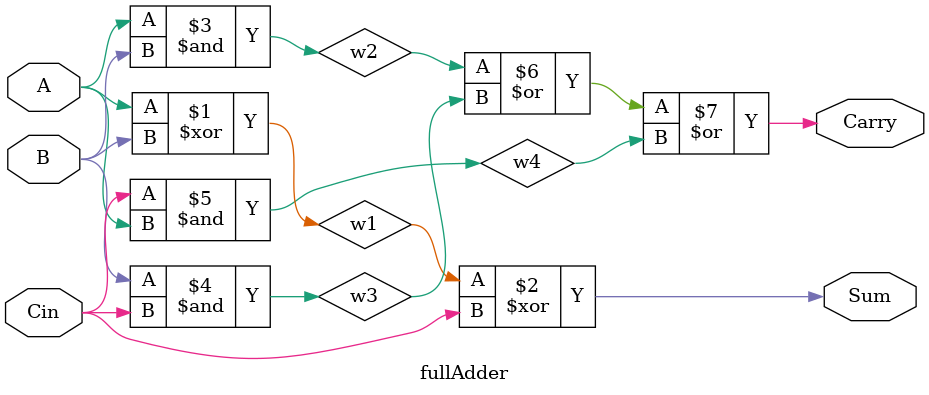
<source format=v>
module fullAdder(A,B,Cin,Sum,Carry);
output Sum,Carry;
input A, B, Cin;
wire w1,w2,w3,w4;
xor(w1,A,B);
xor(Sum,w1,Cin);

and(w2,A,B);
and(w3,B,Cin);
and(w4,Cin,A);

or(Carry,w2,w3,w4);
endmodule
</source>
